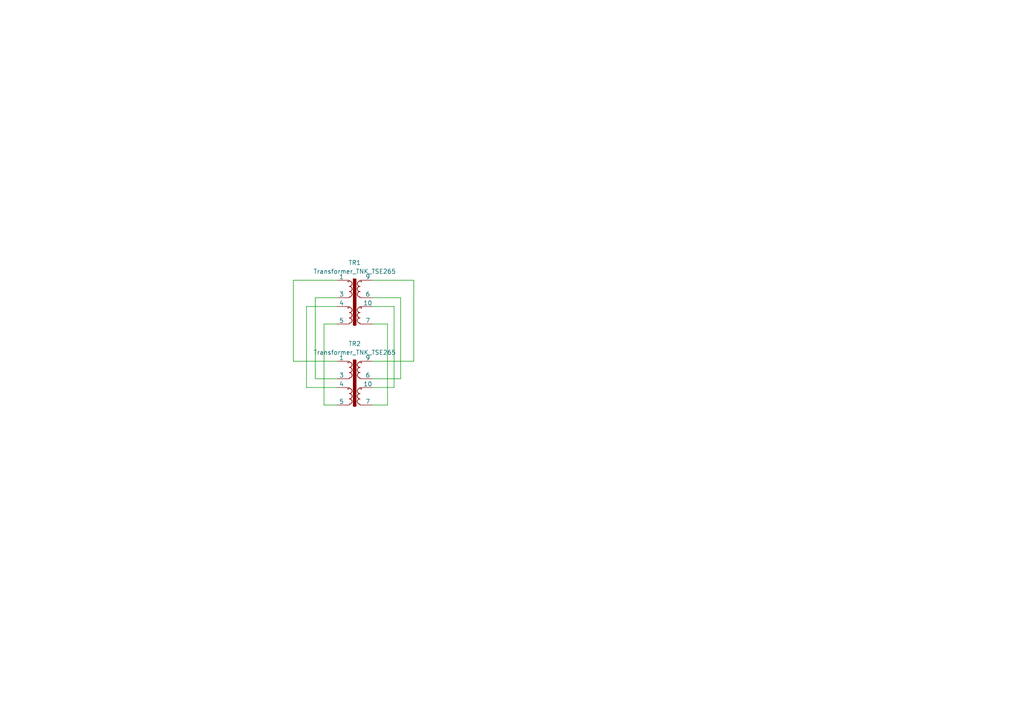
<source format=kicad_sch>
(kicad_sch (version 20210621) (generator eeschema)
  (paper "A4")
  (lib_symbols
    (symbol "Scott:Transformer_TNK_TSE265" (pin_numbers hide) (pin_names (offset 0))
      (property "Reference" "TR" (at 0 10.16 0))
      (property "Value" "Transformer_TNK_TSE265" (at 0 -7.62 0))
      (symbol "Transformer_TNK_TSE265_0_1"
        (arc (start -1.524 -4.826) (end -1.524 -3.302) (radius (at -1.524 -4.064) (length 0.762) (angles -89.9 89.9)) (stroke (width 0.2032)))
        (arc (start -1.524 -3.302) (end -1.524 -1.778) (radius (at -1.524 -2.54) (length 0.762) (angles -89.9 89.9)) (stroke (width 0.2032)))
        (arc (start -1.524 -1.778) (end -1.524 -0.254) (radius (at -1.524 -1.016) (length 0.762) (angles -89.9 89.9)) (stroke (width 0.2032)))
        (arc (start -1.524 2.794) (end -1.524 4.318) (radius (at -1.524 3.556) (length 0.762) (angles -89.9 89.9)) (stroke (width 0.2032)))
        (arc (start -1.524 4.318) (end -1.524 5.842) (radius (at -1.524 5.08) (length 0.762) (angles -89.9 89.9)) (stroke (width 0.2032)))
        (arc (start -1.524 5.842) (end -1.524 7.366) (radius (at -1.524 6.604) (length 0.762) (angles -89.9 89.9)) (stroke (width 0.2032)))
        (arc (start 1.524 -3.302) (end 1.524 -4.826) (radius (at 1.524 -4.064) (length 0.762) (angles 90.1 -90.1)) (stroke (width 0.2032)))
        (arc (start 1.524 -1.778) (end 1.524 -3.302) (radius (at 1.524 -2.54) (length 0.762) (angles 90.1 -90.1)) (stroke (width 0.2032)))
        (arc (start 1.524 -0.254) (end 1.524 -1.778) (radius (at 1.524 -1.016) (length 0.762) (angles 90.1 -90.1)) (stroke (width 0.2032)))
        (arc (start 1.524 4.318) (end 1.524 2.794) (radius (at 1.524 3.556) (length 0.762) (angles 90.1 -90.1)) (stroke (width 0.2032)))
        (arc (start 1.524 5.842) (end 1.524 4.318) (radius (at 1.524 5.08) (length 0.762) (angles 90.1 -90.1)) (stroke (width 0.2032)))
        (arc (start 1.524 7.366) (end 1.524 5.842) (radius (at 1.524 6.604) (length 0.762) (angles 90.1 -90.1)) (stroke (width 0.2032)))
        (circle (center -1.905 -0.381) (radius 0.127) (fill (type outline)))
        (circle (center -1.905 7.239) (radius 0.127) (fill (type outline)))
        (circle (center 1.905 -0.381) (radius 0.127) (fill (type outline)))
        (circle (center 1.905 7.239) (radius 0.127) (fill (type outline)))
        (rectangle (start -0.254 7.874) (end 0.254 -5.334) (stroke (width 0.508)) (fill (type outline)))
        (polyline (pts (xy 1.524 0) (xy 2.54 0) (xy 2.54 0)))
        (polyline (pts (xy 1.524 2.54) (xy 2.54 2.54) (xy 2.54 2.54)))
        (polyline (pts (xy 1.524 7.62) (xy 2.54 7.62) (xy 2.54 7.62)))
        (polyline (pts (xy 2.54 -5.08) (xy 1.524 -5.08) (xy 1.524 -5.08)))
        (polyline (pts (xy -1.524 -4.826) (xy -1.524 -5.08) (xy -2.54 -5.08) (xy -2.54 -5.08)))
        (polyline (pts (xy -1.524 -0.254) (xy -1.524 0) (xy -2.54 0) (xy -2.54 0)))
        (polyline (pts (xy -1.524 2.794) (xy -1.524 2.54) (xy -2.54 2.54) (xy -2.54 2.54)))
        (polyline (pts (xy -1.524 7.366) (xy -1.524 7.62) (xy -2.54 7.62) (xy -2.54 7.62)))
        (polyline (pts (xy 1.524 -4.826) (xy 1.524 -5.08) (xy 1.524 -5.08)) (fill (type outline)))
        (polyline (pts (xy 1.524 0) (xy 1.524 -0.254) (xy 1.524 -0.254)) (fill (type outline)))
        (polyline (pts (xy 1.524 2.54) (xy 1.524 2.794) (xy 1.524 2.794)) (fill (type outline)))
        (polyline (pts (xy 1.524 7.62) (xy 1.524 7.366) (xy 1.524 7.366)) (fill (type outline)))
      )
      (symbol "Transformer_TNK_TSE265_1_1"
        (pin passive line (at -5.08 7.62 0) (length 2.54) (name "1") (number "1"))
        (pin passive line (at 5.08 0 180) (length 2.54) (name "10") (number "10"))
        (pin passive line (at -5.08 2.54 0) (length 2.54) (name "3") (number "3"))
        (pin passive line (at -5.08 0 0) (length 2.54) (name "4") (number "4"))
        (pin passive line (at -5.08 -5.08 0) (length 2.54) (name "5") (number "5"))
        (pin passive line (at 5.08 2.54 180) (length 2.54) (name "6") (number "6"))
        (pin passive line (at 5.08 -5.08 180) (length 2.54) (name "7") (number "7"))
        (pin passive line (at 5.08 7.62 180) (length 2.54) (name "9") (number "9"))
      )
    )
  )
  (wire (pts (xy 85.09 81.28) (xy 97.79 81.28)))
  (wire (pts (xy 85.09 104.775) (xy 85.09 81.28)))
  (wire (pts (xy 88.9 88.9) (xy 97.79 88.9)))
  (wire (pts (xy 88.9 112.395) (xy 88.9 88.9)))
  (wire (pts (xy 91.44 86.36) (xy 91.44 109.855)))
  (wire (pts (xy 91.44 109.855) (xy 97.79 109.855)))
  (wire (pts (xy 93.98 93.98) (xy 93.98 117.475)))
  (wire (pts (xy 93.98 117.475) (xy 97.79 117.475)))
  (wire (pts (xy 97.79 86.36) (xy 91.44 86.36)))
  (wire (pts (xy 97.79 93.98) (xy 93.98 93.98)))
  (wire (pts (xy 97.79 104.775) (xy 85.09 104.775)))
  (wire (pts (xy 97.79 112.395) (xy 88.9 112.395)))
  (wire (pts (xy 107.95 81.28) (xy 120.015 81.28)))
  (wire (pts (xy 107.95 86.36) (xy 116.205 86.36)))
  (wire (pts (xy 107.95 93.98) (xy 112.395 93.98)))
  (wire (pts (xy 107.95 112.395) (xy 114.3 112.395)))
  (wire (pts (xy 112.395 93.98) (xy 112.395 117.475)))
  (wire (pts (xy 112.395 117.475) (xy 107.95 117.475)))
  (wire (pts (xy 114.3 88.9) (xy 107.95 88.9)))
  (wire (pts (xy 114.3 112.395) (xy 114.3 88.9)))
  (wire (pts (xy 116.205 86.36) (xy 116.205 109.855)))
  (wire (pts (xy 116.205 109.855) (xy 107.95 109.855)))
  (wire (pts (xy 120.015 81.28) (xy 120.015 104.775)))
  (wire (pts (xy 120.015 104.775) (xy 107.95 104.775)))
  (symbol (lib_id "Scott:Transformer_TNK_TSE265") (at 102.87 88.9 0) (unit 1)
    (property "Reference" "TR1" (at 102.87 76.2 0))
    (property "Value" "Transformer_TNK_TSE265" (at 102.87 78.74 0))
    (property "Footprint" "Scott:Transformer_Dual_TNK_TSE265_Wurth_Castellated" (effects hide))
  )
  (symbol (lib_id "Scott:Transformer_TNK_TSE265") (at 102.87 112.395 0) (unit 1)
    (property "Reference" "TR2" (at 102.87 99.695 0))
    (property "Value" "Transformer_TNK_TSE265" (at 102.87 102.235 0))
    (property "Footprint" "Scott:Transformer_EP13" (effects hide))
  )
)
</source>
